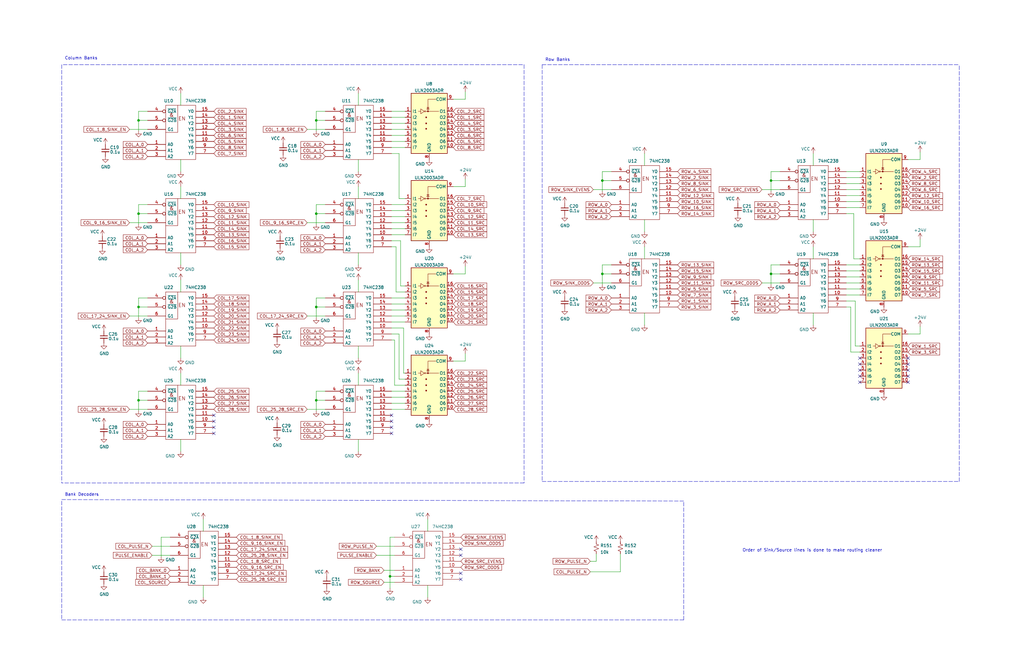
<source format=kicad_sch>
(kicad_sch (version 20211123) (generator eeschema)
  (paper "USLedger")
  (title_block (title "Luminator MAX3000 Custom Driver Board") (date "2023-03-21") (rev "E") (comment 2 "To SET, current flows from ROW_SET to COL ") (comment 3 "To RESET, current flows from COL to ROW_RESET") (comment 4 "WARNING: Sink MUST be turned off before Source!"))
  (junction (at 133.35 168.91))
  (junction (at 133.35 129.54))
  (junction (at 164.465 243.205))
  (junction (at 325.12 115.57))
  (junction (at 58.42 168.91))
  (junction (at 133.35 50.8))
  (junction (at 133.35 90.17))
  (junction (at 254 115.57))
  (junction (at 325.12 76.2))
  (junction (at 58.42 50.8))
  (junction (at 58.42 90.17))
  (junction (at 58.42 129.54))
  (junction (at 254 76.2))
  (no_connect (at 194.31 234.315))
  (no_connect (at 165.1 175.26))
  (no_connect (at 362.585 158.75))
  (no_connect (at 382.905 156.21))
  (no_connect (at 362.585 161.29))
  (no_connect (at 194.31 241.935))
  (no_connect (at 165.1 177.8))
  (no_connect (at 382.905 151.13))
  (no_connect (at 90.17 177.8))
  (no_connect (at 382.905 153.67))
  (no_connect (at 90.17 182.88))
  (no_connect (at 194.31 244.475))
  (no_connect (at 165.1 180.34))
  (no_connect (at 382.905 158.75))
  (no_connect (at 362.585 156.21))
  (no_connect (at 362.585 151.13))
  (no_connect (at 362.585 153.67))
  (no_connect (at 90.17 175.26))
  (no_connect (at 165.1 182.88))
  (no_connect (at 382.905 161.29))
  (no_connect (at 90.17 180.34))
  (no_connect (at 194.31 231.775))
  (wire (pts (xy 168.275 83.82) (xy 170.815 83.82)))
  (wire (pts (xy 325.12 111.76) (xy 325.12 115.57)))
  (wire (pts (xy 133.35 165.1) (xy 133.35 168.91)))
  (wire (pts (xy 133.35 46.99) (xy 133.35 50.8)))
  (wire (pts (xy 360.045 90.17) (xy 360.045 109.22)))
  (wire (pts (xy 165.1 54.61) (xy 170.815 54.61)))
  (wire (pts (xy 58.42 168.91) (xy 58.42 173.355)))
  (wire (pts (xy 165.1 138.43) (xy 170.18 138.43)))
  (polyline (pts (xy 26.035 211.455) (xy 26.035 261.62)))
  (wire (pts (xy 168.275 160.02) (xy 168.275 140.97)))
  (wire (pts (xy 180.34 247.015) (xy 180.34 252.095)))
  (wire (pts (xy 58.42 90.17) (xy 58.42 94.615)))
  (wire (pts (xy 161.925 240.665) (xy 166.37 240.665)))
  (wire (pts (xy 170.815 123.19) (xy 167.005 123.19)))
  (wire (pts (xy 362.585 87.63) (xy 356.87 87.63)))
  (wire (pts (xy 356.87 85.09) (xy 362.585 85.09)))
  (wire (pts (xy 165.1 52.07) (xy 170.815 52.07)))
  (wire (pts (xy 170.815 128.27) (xy 165.1 128.27)))
  (wire (pts (xy 167.005 104.14) (xy 165.1 104.14)))
  (wire (pts (xy 170.815 167.64) (xy 165.1 167.64)))
  (wire (pts (xy 271.78 104.14) (xy 271.78 109.22)))
  (wire (pts (xy 325.12 115.57) (xy 328.93 115.57)))
  (wire (pts (xy 133.35 46.99) (xy 137.16 46.99)))
  (wire (pts (xy 133.35 129.54) (xy 137.16 129.54)))
  (wire (pts (xy 164.465 243.205) (xy 166.37 243.205)))
  (polyline (pts (xy 26.035 210.82) (xy 288.29 211.455)))
  (wire (pts (xy 165.1 91.44) (xy 170.815 91.44)))
  (wire (pts (xy 271.78 92.71) (xy 271.78 97.79)))
  (wire (pts (xy 58.42 46.99) (xy 58.42 50.8)))
  (wire (pts (xy 133.35 129.54) (xy 133.35 133.985)))
  (wire (pts (xy 170.815 135.89) (xy 165.1 135.89)))
  (wire (pts (xy 254 76.2) (xy 254 80.645)))
  (wire (pts (xy 76.2 146.05) (xy 76.2 151.13)))
  (wire (pts (xy 321.31 119.38) (xy 328.93 119.38)))
  (wire (pts (xy 168.275 140.97) (xy 165.1 140.97)))
  (wire (pts (xy 261.62 241.3) (xy 261.62 233.68)))
  (wire (pts (xy 254 72.39) (xy 254 76.2)))
  (wire (pts (xy 170.815 62.23) (xy 165.1 62.23)))
  (wire (pts (xy 129.54 172.72) (xy 137.16 172.72)))
  (wire (pts (xy 360.68 127) (xy 360.68 146.05)))
  (wire (pts (xy 165.1 172.72) (xy 170.815 172.72)))
  (wire (pts (xy 133.35 50.8) (xy 133.35 55.245)))
  (wire (pts (xy 133.35 90.17) (xy 133.35 94.615)))
  (wire (pts (xy 356.87 116.84) (xy 362.585 116.84)))
  (wire (pts (xy 168.91 120.65) (xy 170.815 120.65)))
  (wire (pts (xy 133.35 125.73) (xy 137.16 125.73)))
  (wire (pts (xy 58.42 168.91) (xy 62.23 168.91)))
  (wire (pts (xy 191.135 152.4) (xy 196.215 152.4)))
  (wire (pts (xy 76.2 106.68) (xy 76.2 111.76)))
  (wire (pts (xy 325.12 76.2) (xy 328.93 76.2)))
  (wire (pts (xy 342.9 104.14) (xy 342.9 109.22)))
  (wire (pts (xy 387.985 137.795) (xy 387.985 140.97)))
  (wire (pts (xy 191.135 115.57) (xy 196.215 115.57)))
  (wire (pts (xy 321.31 80.01) (xy 328.93 80.01)))
  (polyline (pts (xy 26.035 27.305) (xy 26.035 203.835)))
  (wire (pts (xy 67.945 226.695) (xy 67.945 234.95)))
  (wire (pts (xy 356.87 80.01) (xy 362.585 80.01)))
  (wire (pts (xy 342.9 132.08) (xy 342.9 137.16)))
  (wire (pts (xy 129.54 133.35) (xy 137.16 133.35)))
  (wire (pts (xy 58.42 86.36) (xy 62.23 86.36)))
  (wire (pts (xy 58.42 125.73) (xy 58.42 129.54)))
  (wire (pts (xy 196.215 149.225) (xy 196.215 152.4)))
  (wire (pts (xy 191.135 41.91) (xy 196.215 41.91)))
  (wire (pts (xy 165.1 64.77) (xy 168.275 64.77)))
  (wire (pts (xy 151.13 146.05) (xy 151.13 151.13)))
  (wire (pts (xy 342.9 64.77) (xy 342.9 69.85)))
  (wire (pts (xy 165.1 125.73) (xy 170.815 125.73)))
  (wire (pts (xy 170.18 157.48) (xy 170.815 157.48)))
  (wire (pts (xy 325.12 76.2) (xy 325.12 80.645)))
  (wire (pts (xy 342.9 92.71) (xy 342.9 97.79)))
  (wire (pts (xy 151.13 157.48) (xy 151.13 162.56)))
  (wire (pts (xy 382.905 140.97) (xy 387.985 140.97)))
  (wire (pts (xy 58.42 90.17) (xy 62.23 90.17)))
  (wire (pts (xy 161.925 245.745) (xy 166.37 245.745)))
  (wire (pts (xy 170.815 88.9) (xy 165.1 88.9)))
  (polyline (pts (xy 228.6 203.2) (xy 404.495 203.2)))
  (wire (pts (xy 362.585 148.59) (xy 358.775 148.59)))
  (wire (pts (xy 248.92 236.855) (xy 251.46 236.855)))
  (polyline (pts (xy 26.035 261.62) (xy 288.29 261.62)))
  (wire (pts (xy 58.42 50.8) (xy 62.23 50.8)))
  (wire (pts (xy 165.1 59.69) (xy 170.815 59.69)))
  (wire (pts (xy 54.61 133.35) (xy 62.23 133.35)))
  (wire (pts (xy 168.91 101.6) (xy 168.91 120.65)))
  (wire (pts (xy 151.13 185.42) (xy 151.13 190.5)))
  (wire (pts (xy 170.815 160.02) (xy 168.275 160.02)))
  (wire (pts (xy 166.37 162.56) (xy 170.815 162.56)))
  (wire (pts (xy 133.35 168.91) (xy 133.35 173.355)))
  (wire (pts (xy 196.215 38.735) (xy 196.215 41.91)))
  (wire (pts (xy 360.68 146.05) (xy 362.585 146.05)))
  (wire (pts (xy 254 115.57) (xy 257.81 115.57)))
  (wire (pts (xy 254 111.76) (xy 254 115.57)))
  (wire (pts (xy 166.37 143.51) (xy 166.37 162.56)))
  (wire (pts (xy 356.87 111.76) (xy 362.585 111.76)))
  (wire (pts (xy 387.985 64.135) (xy 387.985 67.31)))
  (wire (pts (xy 250.19 80.01) (xy 257.81 80.01)))
  (wire (pts (xy 133.35 50.8) (xy 137.16 50.8)))
  (wire (pts (xy 164.465 226.695) (xy 164.465 243.205)))
  (wire (pts (xy 58.42 165.1) (xy 58.42 168.91)))
  (wire (pts (xy 58.42 50.8) (xy 58.42 55.245)))
  (wire (pts (xy 58.42 46.99) (xy 62.23 46.99)))
  (wire (pts (xy 196.215 112.395) (xy 196.215 115.57)))
  (wire (pts (xy 158.75 234.315) (xy 166.37 234.315)))
  (wire (pts (xy 356.87 77.47) (xy 362.585 77.47)))
  (wire (pts (xy 325.12 115.57) (xy 325.12 120.015)))
  (wire (pts (xy 325.12 72.39) (xy 328.93 72.39)))
  (wire (pts (xy 165.1 143.51) (xy 166.37 143.51)))
  (wire (pts (xy 170.815 57.15) (xy 165.1 57.15)))
  (wire (pts (xy 165.1 99.06) (xy 170.815 99.06)))
  (wire (pts (xy 248.92 241.3) (xy 261.62 241.3)))
  (wire (pts (xy 196.215 75.565) (xy 196.215 78.74)))
  (wire (pts (xy 170.815 96.52) (xy 165.1 96.52)))
  (wire (pts (xy 151.13 118.11) (xy 151.13 123.19)))
  (wire (pts (xy 64.135 234.315) (xy 71.755 234.315)))
  (wire (pts (xy 165.1 93.98) (xy 170.815 93.98)))
  (wire (pts (xy 358.775 129.54) (xy 356.87 129.54)))
  (wire (pts (xy 358.775 148.59) (xy 358.775 129.54)))
  (wire (pts (xy 382.905 67.31) (xy 387.985 67.31)))
  (wire (pts (xy 382.905 104.14) (xy 387.985 104.14)))
  (wire (pts (xy 158.75 230.505) (xy 166.37 230.505)))
  (wire (pts (xy 151.13 78.74) (xy 151.13 83.82)))
  (wire (pts (xy 58.42 165.1) (xy 62.23 165.1)))
  (wire (pts (xy 64.135 230.505) (xy 71.755 230.505)))
  (polyline (pts (xy 288.29 261.62) (xy 288.29 211.455)))
  (wire (pts (xy 133.35 86.36) (xy 137.16 86.36)))
  (wire (pts (xy 254 115.57) (xy 254 120.015)))
  (wire (pts (xy 356.87 90.17) (xy 360.045 90.17)))
  (wire (pts (xy 356.87 119.38) (xy 362.585 119.38)))
  (wire (pts (xy 76.2 185.42) (xy 76.2 190.5)))
  (wire (pts (xy 76.2 157.48) (xy 76.2 162.56)))
  (wire (pts (xy 54.61 93.98) (xy 62.23 93.98)))
  (polyline (pts (xy 404.495 203.2) (xy 404.495 27.305)))
  (wire (pts (xy 356.87 124.46) (xy 362.585 124.46)))
  (wire (pts (xy 133.35 165.1) (xy 137.16 165.1)))
  (wire (pts (xy 362.585 121.92) (xy 356.87 121.92)))
  (wire (pts (xy 165.1 165.1) (xy 170.815 165.1)))
  (wire (pts (xy 76.2 78.74) (xy 76.2 83.82)))
  (wire (pts (xy 362.585 114.3) (xy 356.87 114.3)))
  (wire (pts (xy 271.78 64.77) (xy 271.78 69.85)))
  (wire (pts (xy 58.42 129.54) (xy 58.42 133.985)))
  (wire (pts (xy 85.725 247.015) (xy 85.725 252.095)))
  (wire (pts (xy 133.35 125.73) (xy 133.35 129.54)))
  (wire (pts (xy 168.275 64.77) (xy 168.275 83.82)))
  (polyline (pts (xy 220.98 203.835) (xy 26.035 203.835)))
  (wire (pts (xy 362.585 82.55) (xy 356.87 82.55)))
  (wire (pts (xy 251.46 236.855) (xy 251.46 233.68)))
  (wire (pts (xy 254 72.39) (xy 257.81 72.39)))
  (wire (pts (xy 271.78 132.08) (xy 271.78 137.16)))
  (wire (pts (xy 54.61 54.61) (xy 62.23 54.61)))
  (wire (pts (xy 170.815 49.53) (xy 165.1 49.53)))
  (wire (pts (xy 164.465 226.695) (xy 166.37 226.695)))
  (polyline (pts (xy 228.6 27.305) (xy 228.6 203.2)))
  (polyline (pts (xy 26.67 27.305) (xy 220.98 27.305)))
  (wire (pts (xy 58.42 125.73) (xy 62.23 125.73)))
  (wire (pts (xy 129.54 54.61) (xy 137.16 54.61)))
  (wire (pts (xy 165.1 86.36) (xy 170.815 86.36)))
  (wire (pts (xy 356.87 72.39) (xy 362.585 72.39)))
  (wire (pts (xy 76.2 39.37) (xy 76.2 44.45)))
  (wire (pts (xy 67.945 226.695) (xy 71.755 226.695)))
  (wire (pts (xy 165.1 170.18) (xy 170.815 170.18)))
  (wire (pts (xy 167.005 123.19) (xy 167.005 104.14)))
  (wire (pts (xy 362.585 74.93) (xy 356.87 74.93)))
  (wire (pts (xy 250.19 119.38) (xy 257.81 119.38)))
  (wire (pts (xy 151.13 39.37) (xy 151.13 44.45)))
  (wire (pts (xy 85.725 219.075) (xy 85.725 224.155)))
  (polyline (pts (xy 228.6 27.305) (xy 404.495 27.305)))
  (wire (pts (xy 151.13 106.68) (xy 151.13 111.76)))
  (wire (pts (xy 76.2 67.31) (xy 76.2 72.39)))
  (wire (pts (xy 191.135 78.74) (xy 196.215 78.74)))
  (wire (pts (xy 54.61 172.72) (xy 62.23 172.72)))
  (wire (pts (xy 254 111.76) (xy 257.81 111.76)))
  (wire (pts (xy 165.1 130.81) (xy 170.815 130.81)))
  (wire (pts (xy 165.1 133.35) (xy 170.815 133.35)))
  (wire (pts (xy 360.045 109.22) (xy 362.585 109.22)))
  (wire (pts (xy 356.87 127) (xy 360.68 127)))
  (polyline (pts (xy 220.98 27.305) (xy 220.98 203.835)))
  (wire (pts (xy 133.35 168.91) (xy 137.16 168.91)))
  (wire (pts (xy 325.12 72.39) (xy 325.12 76.2)))
  (wire (pts (xy 387.985 100.965) (xy 387.985 104.14)))
  (wire (pts (xy 151.13 67.31) (xy 151.13 72.39)))
  (wire (pts (xy 129.54 93.98) (xy 137.16 93.98)))
  (wire (pts (xy 164.465 243.205) (xy 164.465 248.285)))
  (wire (pts (xy 58.42 86.36) (xy 58.42 90.17)))
  (wire (pts (xy 325.12 111.76) (xy 328.93 111.76)))
  (wire (pts (xy 165.1 101.6) (xy 168.91 101.6)))
  (wire (pts (xy 165.1 46.99) (xy 170.815 46.99)))
  (wire (pts (xy 170.18 138.43) (xy 170.18 157.48)))
  (wire (pts (xy 58.42 129.54) (xy 62.23 129.54)))
  (wire (pts (xy 180.34 219.075) (xy 180.34 224.155)))
  (wire (pts (xy 254 76.2) (xy 257.81 76.2)))
  (wire (pts (xy 133.35 90.17) (xy 137.16 90.17)))
  (wire (pts (xy 76.2 118.11) (xy 76.2 123.19)))
  (wire (pts (xy 133.35 86.36) (xy 133.35 90.17)))
  (text "Bank Decoders" (at 27.305 209.55 0) (effects (font (size 1.27 1.27)) (justify left bottom)))
  (text "Order of Sink/Source lines is done to make routing cleaner" (at 313.055 233.045 0) (effects (font (size 1.27 1.27)) (justify left bottom)))
  (text "Row Banks\n" (at 229.87 26.035 0) (effects (font (size 1.27 1.27)) (justify left bottom)))
  (text "Column Banks" (at 27.305 25.4 0) (effects (font (size 1.27 1.27)) (justify left bottom)))
  (global_label "ROW_16_SINK" (shape input) (at 285.75 87.63 0) (property "Intersheet References" "${INTERSHEET_REFS}" (effects hide)))
  (global_label "PULSE_ENABLE" (shape input) (at 158.75 234.315 180) (property "Intersheet References" "${INTERSHEET_REFS}" (effects hide)))
  (global_label "COL_17_24_SRC_EN" (shape input) (at 129.54 133.35 180) (property "Intersheet References" "${INTERSHEET_REFS}" (effects hide)))
  (global_label "ROW_8_SINK" (shape input) (at 285.75 77.47 0) (property "Intersheet References" "${INTERSHEET_REFS}" (effects hide)))
  (global_label "COL_23_SINK" (shape input) (at 90.17 140.97 0) (property "Intersheet References" "${INTERSHEET_REFS}" (effects hide)))
  (global_label "COL_18_SINK" (shape input) (at 90.17 128.27 0) (property "Intersheet References" "${INTERSHEET_REFS}" (effects hide)))
  (global_label "ROW_4_SINK" (shape input) (at 285.75 72.39 0) (property "Intersheet References" "${INTERSHEET_REFS}" (effects hide)))
  (global_label "COL_12_SINK" (shape input) (at 90.17 91.44 0) (property "Intersheet References" "${INTERSHEET_REFS}" (effects hide)))
  (global_label "COL_A_2" (shape input) (at 62.23 66.04 180) (property "Intersheet References" "${INTERSHEET_REFS}" (effects hide)))
  (global_label "ROW_6_SINK" (shape input) (at 285.75 80.01 0) (property "Intersheet References" "${INTERSHEET_REFS}" (effects hide)))
  (global_label "COL_A_2" (shape input) (at 137.16 184.15 180) (property "Intersheet References" "${INTERSHEET_REFS}" (effects hide)))
  (global_label "COL_15_SINK" (shape input) (at 90.17 104.14 0) (property "Intersheet References" "${INTERSHEET_REFS}" (effects hide)))
  (global_label "ROW_13_SRC" (shape input) (at 382.905 111.76 0) (property "Intersheet References" "${INTERSHEET_REFS}" (effects hide)))
  (global_label "COL_25_28_SINK_EN" (shape input) (at 99.695 234.315 0) (property "Intersheet References" "${INTERSHEET_REFS}" (effects hide)))
  (global_label "COL_A_1" (shape input) (at 137.16 181.61 180) (property "Intersheet References" "${INTERSHEET_REFS}" (effects hide)))
  (global_label "COL_24_SRC" (shape input) (at 191.135 162.56 0) (property "Intersheet References" "${INTERSHEET_REFS}" (effects hide)))
  (global_label "ROW_A_0" (shape input) (at 328.93 125.73 180) (property "Intersheet References" "${INTERSHEET_REFS}" (effects hide)))
  (global_label "COL_9_SRC" (shape input) (at 191.135 88.9 0) (property "Intersheet References" "${INTERSHEET_REFS}" (effects hide)))
  (global_label "COL_4_SINK" (shape input) (at 90.17 52.07 0) (property "Intersheet References" "${INTERSHEET_REFS}" (effects hide)))
  (global_label "COL_15_SRC" (shape input) (at 191.135 123.19 0) (property "Intersheet References" "${INTERSHEET_REFS}" (effects hide)))
  (global_label "COL_6_SINK" (shape input) (at 90.17 57.15 0) (property "Intersheet References" "${INTERSHEET_REFS}" (effects hide)))
  (global_label "COL_24_SINK" (shape input) (at 90.17 143.51 0) (property "Intersheet References" "${INTERSHEET_REFS}" (effects hide)))
  (global_label "ROW_3_SRC" (shape input) (at 382.905 148.59 0) (property "Intersheet References" "${INTERSHEET_REFS}" (effects hide)))
  (global_label "ROW_11_SRC" (shape input) (at 382.905 119.38 0) (property "Intersheet References" "${INTERSHEET_REFS}" (effects hide)))
  (global_label "ROW_A_2" (shape input) (at 328.93 130.81 180) (property "Intersheet References" "${INTERSHEET_REFS}" (effects hide)))
  (global_label "ROW_6_SRC" (shape input) (at 382.905 80.01 0) (property "Intersheet References" "${INTERSHEET_REFS}" (effects hide)))
  (global_label "ROW_14_SINK" (shape input) (at 285.75 90.17 0) (property "Intersheet References" "${INTERSHEET_REFS}" (effects hide)))
  (global_label "COL_PULSE_N" (shape input) (at 248.92 241.3 180) (property "Intersheet References" "${INTERSHEET_REFS}" (effects hide)))
  (global_label "COL_9_16_SRC_EN" (shape input) (at 129.54 93.98 180) (property "Intersheet References" "${INTERSHEET_REFS}" (effects hide)))
  (global_label "COL_17_24_SRC_EN" (shape input) (at 99.695 241.935 0) (property "Intersheet References" "${INTERSHEET_REFS}" (effects hide)))
  (global_label "COL_4_SRC" (shape input) (at 191.135 52.07 0) (property "Intersheet References" "${INTERSHEET_REFS}" (effects hide)))
  (global_label "COL_13_SRC" (shape input) (at 191.135 99.06 0) (property "Intersheet References" "${INTERSHEET_REFS}" (effects hide)))
  (global_label "COL_A_1" (shape input) (at 137.16 63.5 180) (property "Intersheet References" "${INTERSHEET_REFS}" (effects hide)))
  (global_label "COL_3_SINK" (shape input) (at 90.17 54.61 0) (property "Intersheet References" "${INTERSHEET_REFS}" (effects hide)))
  (global_label "ROW_SINK_EVENS" (shape input) (at 194.31 226.695 0) (property "Intersheet References" "${INTERSHEET_REFS}" (effects hide)))
  (global_label "COL_A_0" (shape input) (at 137.16 100.33 180) (property "Intersheet References" "${INTERSHEET_REFS}" (effects hide)))
  (global_label "COL_10_SINK" (shape input) (at 90.17 86.36 0) (property "Intersheet References" "${INTERSHEET_REFS}" (effects hide)))
  (global_label "COL_6_SRC" (shape input) (at 191.135 57.15 0) (property "Intersheet References" "${INTERSHEET_REFS}" (effects hide)))
  (global_label "COL_9_16_SINK_EN" (shape input) (at 54.61 93.98 180) (property "Intersheet References" "${INTERSHEET_REFS}" (effects hide)))
  (global_label "COL_A_0" (shape input) (at 62.23 100.33 180) (property "Intersheet References" "${INTERSHEET_REFS}" (effects hide)))
  (global_label "COL_A_1" (shape input) (at 62.23 181.61 180) (property "Intersheet References" "${INTERSHEET_REFS}" (effects hide)))
  (global_label "ROW_A_0" (shape input) (at 257.81 125.73 180) (property "Intersheet References" "${INTERSHEET_REFS}" (effects hide)))
  (global_label "COL_A_0" (shape input) (at 137.16 179.07 180) (property "Intersheet References" "${INTERSHEET_REFS}" (effects hide)))
  (global_label "COL_1_8_SINK_EN" (shape input) (at 99.695 226.695 0) (property "Intersheet References" "${INTERSHEET_REFS}" (effects hide)))
  (global_label "ROW_SINK_ODDS" (shape input) (at 250.19 119.38 180) (property "Intersheet References" "${INTERSHEET_REFS}" (effects hide)))
  (global_label "ROW_12_SRC" (shape input) (at 382.905 82.55 0) (property "Intersheet References" "${INTERSHEET_REFS}" (effects hide)))
  (global_label "COL_22_SRC" (shape input) (at 191.135 157.48 0) (property "Intersheet References" "${INTERSHEET_REFS}" (effects hide)))
  (global_label "COL_13_SINK" (shape input) (at 90.17 99.06 0) (property "Intersheet References" "${INTERSHEET_REFS}" (effects hide)))
  (global_label "COL_25_28_SRC_EN" (shape input) (at 99.695 244.475 0) (property "Intersheet References" "${INTERSHEET_REFS}" (effects hide)))
  (global_label "COL_5_SRC" (shape input) (at 191.135 59.69 0) (property "Intersheet References" "${INTERSHEET_REFS}" (effects hide)))
  (global_label "ROW_BANK" (shape input) (at 161.925 240.665 180) (property "Intersheet References" "${INTERSHEET_REFS}" (effects hide)))
  (global_label "COL_25_SRC" (shape input) (at 191.135 165.1 0) (property "Intersheet References" "${INTERSHEET_REFS}" (effects hide)))
  (global_label "COL_12_SRC" (shape input) (at 191.135 91.44 0) (property "Intersheet References" "${INTERSHEET_REFS}" (effects hide)))
  (global_label "ROW_A_0" (shape input) (at 328.93 86.36 180) (property "Intersheet References" "${INTERSHEET_REFS}" (effects hide)))
  (global_label "ROW_SRC_ODDS" (shape input) (at 194.31 239.395 0) (property "Intersheet References" "${INTERSHEET_REFS}" (effects hide)))
  (global_label "COL_9_16_SRC_EN" (shape input) (at 99.695 239.395 0) (property "Intersheet References" "${INTERSHEET_REFS}" (effects hide)))
  (global_label "COL_26_SINK" (shape input) (at 90.17 167.64 0) (property "Intersheet References" "${INTERSHEET_REFS}" (effects hide)))
  (global_label "COL_3_SRC" (shape input) (at 191.135 54.61 0) (property "Intersheet References" "${INTERSHEET_REFS}" (effects hide)))
  (global_label "ROW_3_SINK" (shape input) (at 285.75 129.54 0) (property "Intersheet References" "${INTERSHEET_REFS}" (effects hide)))
  (global_label "COL_25_28_SRC_EN" (shape input) (at 129.54 172.72 180) (property "Intersheet References" "${INTERSHEET_REFS}" (effects hide)))
  (global_label "COL_2_SRC" (shape input) (at 191.135 46.99 0) (property "Intersheet References" "${INTERSHEET_REFS}" (effects hide)))
  (global_label "COL_28_SINK" (shape input) (at 90.17 172.72 0) (property "Intersheet References" "${INTERSHEET_REFS}" (effects hide)))
  (global_label "COL_A_2" (shape input) (at 137.16 105.41 180) (property "Intersheet References" "${INTERSHEET_REFS}" (effects hide)))
  (global_label "COL_BANK_1" (shape input) (at 71.755 243.205 180) (property "Intersheet References" "${INTERSHEET_REFS}" (effects hide)))
  (global_label "COL_17_24_SINK_EN" (shape input) (at 54.61 133.35 180) (property "Intersheet References" "${INTERSHEET_REFS}" (effects hide)))
  (global_label "COL_SOURCE" (shape input) (at 71.755 245.745 180) (property "Intersheet References" "${INTERSHEET_REFS}" (effects hide)))
  (global_label "COL_16_SRC" (shape input) (at 191.135 120.65 0) (property "Intersheet References" "${INTERSHEET_REFS}" (effects hide)))
  (global_label "COL_8_SINK" (shape input) (at 90.17 62.23 0) (property "Intersheet References" "${INTERSHEET_REFS}" (effects hide)))
  (global_label "COL_A_0" (shape input) (at 137.16 60.96 180) (property "Intersheet References" "${INTERSHEET_REFS}" (effects hide)))
  (global_label "ROW_A_1" (shape input) (at 328.93 88.9 180) (property "Intersheet References" "${INTERSHEET_REFS}" (effects hide)))
  (global_label "ROW_8_SRC" (shape input) (at 382.905 77.47 0) (property "Intersheet References" "${INTERSHEET_REFS}" (effects hide)))
  (global_label "PULSE_ENABLE" (shape input) (at 64.135 234.315 180) (property "Intersheet References" "${INTERSHEET_REFS}" (effects hide)))
  (global_label "COL_A_2" (shape input) (at 62.23 144.78 180) (property "Intersheet References" "${INTERSHEET_REFS}" (effects hide)))
  (global_label "COL_7_SINK" (shape input) (at 90.17 64.77 0) (property "Intersheet References" "${INTERSHEET_REFS}" (effects hide)))
  (global_label "COL_19_SRC" (shape input) (at 191.135 130.81 0) (property "Intersheet References" "${INTERSHEET_REFS}" (effects hide)))
  (global_label "ROW_SRC_EVENS" (shape input) (at 321.31 80.01 180) (property "Intersheet References" "${INTERSHEET_REFS}" (effects hide)))
  (global_label "ROW_2_SRC" (shape input) (at 382.905 74.93 0) (property "Intersheet References" "${INTERSHEET_REFS}" (effects hide)))
  (global_label "ROW_A_2" (shape input) (at 328.93 91.44 180) (property "Intersheet References" "${INTERSHEET_REFS}" (effects hide)))
  (global_label "COL_9_16_SINK_EN" (shape input) (at 99.695 229.235 0) (property "Intersheet References" "${INTERSHEET_REFS}" (effects hide)))
  (global_label "COL_A_0" (shape input) (at 137.16 139.7 180) (property "Intersheet References" "${INTERSHEET_REFS}" (effects hide)))
  (global_label "COL_25_28_SINK_EN" (shape input) (at 54.61 172.72 180) (property "Intersheet References" "${INTERSHEET_REFS}" (effects hide)))
  (global_label "COL_8_SRC" (shape input) (at 191.135 62.23 0) (property "Intersheet References" "${INTERSHEET_REFS}" (effects hide)))
  (global_label "ROW_PULSE_N" (shape input) (at 248.92 236.855 180) (property "Intersheet References" "${INTERSHEET_REFS}" (effects hide)))
  (global_label "COL_A_0" (shape input) (at 62.23 139.7 180) (property "Intersheet References" "${INTERSHEET_REFS}" (effects hide)))
  (global_label "ROW_A_1" (shape input) (at 328.93 128.27 180) (property "Intersheet References" "${INTERSHEET_REFS}" (effects hide)))
  (global_label "COL_21_SRC" (shape input) (at 191.135 135.89 0) (property "Intersheet References" "${INTERSHEET_REFS}" (effects hide)))
  (global_label "COL_22_SINK" (shape input) (at 90.17 138.43 0) (property "Intersheet References" "${INTERSHEET_REFS}" (effects hide)))
  (global_label "ROW_4_SRC" (shape input) (at 382.905 72.39 0) (property "Intersheet References" "${INTERSHEET_REFS}" (effects hide)))
  (global_label "COL_17_SRC" (shape input) (at 191.135 125.73 0) (property "Intersheet References" "${INTERSHEET_REFS}" (effects hide)))
  (global_label "COL_21_SINK" (shape input) (at 90.17 135.89 0) (property "Intersheet References" "${INTERSHEET_REFS}" (effects hide)))
  (global_label "ROW_SRC_EVENS" (shape input) (at 194.31 236.855 0) (property "Intersheet References" "${INTERSHEET_REFS}" (effects hide)))
  (global_label "COL_1_8_SINK_EN" (shape input) (at 54.61 54.61 180) (property "Intersheet References" "${INTERSHEET_REFS}" (effects hide)))
  (global_label "ROW_2_SINK" (shape input) (at 285.75 74.93 0) (property "Intersheet References" "${INTERSHEET_REFS}" (effects hide)))
  (global_label "COL_18_SRC" (shape input) (at 191.135 128.27 0) (property "Intersheet References" "${INTERSHEET_REFS}" (effects hide)))
  (global_label "COL_BANK_0" (shape input) (at 71.755 240.665 180) (property "Intersheet References" "${INTERSHEET_REFS}" (effects hide)))
  (global_label "ROW_1_SRC" (shape input) (at 382.905 146.05 0) (property "Intersheet References" "${INTERSHEET_REFS}" (effects hide)))
  (global_label "ROW_SOURCE" (shape input) (at 161.925 245.745 180) (property "Intersheet References" "${INTERSHEET_REFS}" (effects hide)))
  (global_label "ROW_PULSE_N" (shape input) (at 158.75 230.505 180) (property "Intersheet References" "${INTERSHEET_REFS}" (effects hide)))
  (global_label "COL_19_SINK" (shape input) (at 90.17 130.81 0) (property "Intersheet References" "${INTERSHEET_REFS}" (effects hide)))
  (global_label "COL_A_2" (shape input) (at 62.23 184.15 180) (property "Intersheet References" "${INTERSHEET_REFS}" (effects hide)))
  (global_label "COL_17_SINK" (shape input) (at 90.17 125.73 0) (property "Intersheet References" "${INTERSHEET_REFS}" (effects hide)))
  (global_label "ROW_7_SINK" (shape input) (at 285.75 124.46 0) (property "Intersheet References" "${INTERSHEET_REFS}" (effects hide)))
  (global_label "COL_20_SRC" (shape input) (at 191.135 133.35 0) (property "Intersheet References" "${INTERSHEET_REFS}" (effects hide)))
  (global_label "COL_27_SINK" (shape input) (at 90.17 170.18 0) (property "Intersheet References" "${INTERSHEET_REFS}" (effects hide)))
  (global_label "ROW_A_2" (shape input) (at 257.81 91.44 180) (property "Intersheet References" "${INTERSHEET_REFS}" (effects hide)))
  (global_label "ROW_11_SINK" (shape input) (at 285.75 119.38 0) (property "Intersheet References" "${INTERSHEET_REFS}" (effects hide)))
  (global_label "COL_A_2" (shape input) (at 137.16 144.78 180) (property "Intersheet References" "${INTERSHEET_REFS}" (effects hide)))
  (global_label "ROW_10_SINK" (shape input) (at 285.75 85.09 0) (property "Intersheet References" "${INTERSHEET_REFS}" (effects hide)))
  (global_label "COL_A_1" (shape input) (at 62.23 63.5 180) (property "Intersheet References" "${INTERSHEET_REFS}" (effects hide)))
  (global_label "COL_7_SRC" (shape input) (at 191.135 83.82 0) (property "Intersheet References" "${INTERSHEET_REFS}" (effects hide)))
  (global_label "COL_1_8_SRC_EN" (shape input) (at 129.54 54.61 180) (property "Intersheet References" "${INTERSHEET_REFS}" (effects hide)))
  (global_label "COL_26_SRC" (shape input) (at 191.135 167.64 0) (property "Intersheet References" "${INTERSHEET_REFS}" (effects hide)))
  (global_label "ROW_14_SRC" (shape input) (at 382.905 109.22 0) (property "Intersheet References" "${INTERSHEET_REFS}" (effects hide)))
  (global_label "COL_A_1" (shape input) (at 62.23 102.87 180) (property "Intersheet References" "${INTERSHEET_REFS}" (effects hide)))
  (global_label "COL_14_SINK" (shape input) (at 90.17 96.52 0) (property "Intersheet References" "${INTERSHEET_REFS}" (effects hide)))
  (global_label "COL_17_24_SINK_EN" (shape input) (at 99.695 231.775 0) (property "Intersheet References" "${INTERSHEET_REFS}" (effects hide)))
  (global_label "COL_1_SRC" (shape input) (at 191.135 49.53 0) (property "Intersheet References" "${INTERSHEET_REFS}" (effects hide)))
  (global_label "COL_14_SRC" (shape input) (at 191.135 96.52 0) (property "Intersheet References" "${INTERSHEET_REFS}" (effects hide)))
  (global_label "ROW_SRC_ODDS" (shape input) (at 321.31 119.38 180) (property "Intersheet References" "${INTERSHEET_REFS}" (effects hide)))
  (global_label "COL_9_SINK" (shape input) (at 90.17 88.9 0) (property "Intersheet References" "${INTERSHEET_REFS}" (effects hide)))
  (global_label "ROW_A_1" (shape input) (at 257.81 88.9 180) (property "Intersheet References" "${INTERSHEET_REFS}" (effects hide)))
  (global_label "COL_A_0" (shape input) (at 62.23 60.96 180) (property "Intersheet References" "${INTERSHEET_REFS}" (effects hide)))
  (global_label "ROW_5_SRC" (shape input) (at 382.905 121.92 0) (property "Intersheet References" "${INTERSHEET_REFS}" (effects hide)))
  (global_label "COL_A_1" (shape input) (at 137.16 142.24 180) (property "Intersheet References" "${INTERSHEET_REFS}" (effects hide)))
  (global_label "ROW_13_SINK" (shape input) (at 285.75 111.76 0) (property "Intersheet References" "${INTERSHEET_REFS}" (effects hide)))
  (global_label "COL_25_SINK" (shape input) (at 90.17 165.1 0) (property "Intersheet References" "${INTERSHEET_REFS}" (effects hide)))
  (global_label "COL_A_2" (shape input) (at 137.16 66.04 180) (property "Intersheet References" "${INTERSHEET_REFS}" (effects hide)))
  (global_label "COL_PULSE_N" (shape input) (at 64.135 230.505 180) (property "Intersheet References" "${INTERSHEET_REFS}" (effects hide)))
  (global_label "ROW_1_SINK" (shape input) (at 285.75 127 0) (property "Intersheet References" "${INTERSHEET_REFS}" (effects hide)))
  (global_label "COL_20_SINK" (shape input) (at 90.17 133.35 0) (property "Intersheet References" "${INTERSHEET_REFS}" (effects hide)))
  (global_label "COL_2_SINK" (shape input) (at 90.17 46.99 0) (property "Intersheet References" "${INTERSHEET_REFS}" (effects hide)))
  (global_label "ROW_7_SRC" (shape input) (at 382.905 124.46 0) (property "Intersheet References" "${INTERSHEET_REFS}" (effects hide)))
  (global_label "ROW_9_SRC" (shape input) (at 382.905 116.84 0) (property "Intersheet References" "${INTERSHEET_REFS}" (effects hide)))
  (global_label "COL_A_1" (shape input) (at 62.23 142.24 180) (property "Intersheet References" "${INTERSHEET_REFS}" (effects hide)))
  (global_label "COL_5_SINK" (shape input) (at 90.17 59.69 0) (property "Intersheet References" "${INTERSHEET_REFS}" (effects hide)))
  (global_label "ROW_5_SINK" (shape input) (at 285.75 121.92 0) (property "Intersheet References" "${INTERSHEET_REFS}" (effects hide)))
  (global_label "ROW_10_SRC" (shape input) (at 382.905 85.09 0) (property "Intersheet References" "${INTERSHEET_REFS}" (effects hide)))
  (global_label "ROW_A_0" (shape input) (at 257.81 86.36 180) (property "Intersheet References" "${INTERSHEET_REFS}" (effects hide)))
  (global_label "COL_1_SINK" (shape input) (at 90.17 49.53 0) (property "Intersheet References" "${INTERSHEET_REFS}" (effects hide)))
  (global_label "ROW_15_SINK" (shape input) (at 285.75 114.3 0) (property "Intersheet References" "${INTERSHEET_REFS}" (effects hide)))
  (global_label "COL_11_SRC" (shape input) (at 191.135 93.98 0) (property "Intersheet References" "${INTERSHEET_REFS}" (effects hide)))
  (global_label "COL_10_SRC" (shape input) (at 191.135 86.36 0) (property "Intersheet References" "${INTERSHEET_REFS}" (effects hide)))
  (global_label "ROW_SINK_ODDS" (shape input) (at 194.31 229.235 0) (property "Intersheet References" "${INTERSHEET_REFS}" (effects hide)))
  (global_label "ROW_15_SRC" (shape input) (at 382.905 114.3 0) (property "Intersheet References" "${INTERSHEET_REFS}" (effects hide)))
  (global_label "ROW_A_1" (shape input) (at 257.81 128.27 180) (property "Intersheet References" "${INTERSHEET_REFS}" (effects hide)))
  (global_label "COL_28_SRC" (shape input) (at 191.135 172.72 0) (property "Intersheet References" "${INTERSHEET_REFS}" (effects hide)))
  (global_label "COL_A_2" (shape input) (at 62.23 105.41 180) (property "Intersheet References" "${INTERSHEET_REFS}" (effects hide)))
  (global_label "ROW_16_SRC" (shape input) (at 382.905 87.63 0) (property "Intersheet References" "${INTERSHEET_REFS}" (effects hide)))
  (global_label "COL_16_SINK" (shape input) (at 90.17 101.6 0) (property "Intersheet References" "${INTERSHEET_REFS}" (effects hide)))
  (global_label "ROW_12_SINK" (shape input) (at 285.75 82.55 0) (property "Intersheet References" "${INTERSHEET_REFS}" (effects hide)))
  (global_label "COL_23_SRC" (shape input) (at 191.135 160.02 0) (property "Intersheet References" "${INTERSHEET_REFS}" (effects hide)))
  (global_label "COL_A_1" (shape input) (at 137.16 102.87 180) (property "Intersheet References" "${INTERSHEET_REFS}" (effects hide)))
  (global_label "ROW_9_SINK" (shape input) (at 285.75 116.84 0) (property "Intersheet References" "${INTERSHEET_REFS}" (effects hide)))
  (global_label "COL_1_8_SRC_EN" (shape input) (at 99.695 236.855 0) (property "Intersheet References" "${INTERSHEET_REFS}" (effects hide)))
  (global_label "COL_A_0" (shape input) (at 62.23 179.07 180) (property "Intersheet References" "${INTERSHEET_REFS}" (effects hide)))
  (global_label "COL_27_SRC" (shape input) (at 191.135 170.18 0) (property "Intersheet References" "${INTERSHEET_REFS}" (effects hide)))
  (global_label "ROW_A_2" (shape input) (at 257.81 130.81 180) (property "Intersheet References" "${INTERSHEET_REFS}" (effects hide)))
  (global_label "ROW_SINK_EVENS" (shape input) (at 250.19 80.01 180) (property "Intersheet References" "${INTERSHEET_REFS}" (effects hide)))
  (global_label "COL_11_SINK" (shape input) (at 90.17 93.98 0) (property "Intersheet References" "${INTERSHEET_REFS}" (effects hide)))
  (symbol (lib_id "Device:C_Small") (at 44.45 63.5 0) (unit 1)
    (property "Reference" "C19" (at 46.355 62.23 0) (effects (justify left)))
    (property "Value" "0.1u" (at 46.355 64.135 0) (effects (justify left)))
    (property "Footprint" "Capacitor_SMD:C_0603_1608Metric" (effects hide))
    (property "LCSC" "C14663" (effects hide))
    (property "Digikey" "311-1344-1-ND" (effects hide))
  )
  (symbol (lib_id "power:GND") (at 44.45 66.04 0) (unit 1)
    (property "Reference" "#PWR076" (effects hide))
    (property "Value" "GND" (at 44.577 70.4342 0))
  )
  (symbol (lib_id "Device:C_Small") (at 43.18 102.235 0) (unit 1)
    (property "Reference" "C22" (at 45.085 100.965 0) (effects (justify left)))
    (property "Value" "0.1u" (at 45.085 102.87 0) (effects (justify left)))
    (property "Footprint" "Capacitor_SMD:C_0603_1608Metric" (effects hide))
    (property "LCSC" "C14663" (effects hide))
    (property "Digikey" "311-1344-1-ND" (effects hide))
  )
  (symbol (lib_id "power:GND") (at 43.18 104.775 0) (unit 1)
    (property "Reference" "#PWR099" (effects hide))
    (property "Value" "GND" (at 43.307 109.1692 0))
  )
  (symbol (lib_id "Device:C_Small") (at 43.815 142.24 0) (unit 1)
    (property "Reference" "C26" (at 45.72 140.97 0) (effects (justify left)))
    (property "Value" "0.1u" (at 45.72 142.875 0) (effects (justify left)))
    (property "Footprint" "Capacitor_SMD:C_0603_1608Metric" (effects hide))
    (property "LCSC" "C14663" (effects hide))
    (property "Digikey" "311-1344-1-ND" (effects hide))
  )
  (symbol (lib_id "power:GND") (at 43.815 144.78 0) (unit 1)
    (property "Reference" "#PWR0119" (effects hide))
    (property "Value" "GND" (at 43.942 149.1742 0))
  )
  (symbol (lib_id "Device:C_Small") (at 43.815 181.61 0) (unit 1)
    (property "Reference" "C28" (at 45.72 180.34 0) (effects (justify left)))
    (property "Value" "0.1u" (at 45.72 182.245 0) (effects (justify left)))
    (property "Footprint" "Capacitor_SMD:C_0603_1608Metric" (effects hide))
    (property "LCSC" "C14663" (effects hide))
    (property "Digikey" "311-1344-1-ND" (effects hide))
  )
  (symbol (lib_id "power:GND") (at 43.815 184.15 0) (unit 1)
    (property "Reference" "#PWR0132" (effects hide))
    (property "Value" "GND" (at 43.942 188.5442 0))
  )
  (symbol (lib_id "Device:C_Small") (at 116.84 180.975 0) (unit 1)
    (property "Reference" "C29" (at 118.745 179.705 0) (effects (justify left)))
    (property "Value" "0.1u" (at 118.745 181.61 0) (effects (justify left)))
    (property "Footprint" "Capacitor_SMD:C_0603_1608Metric" (effects hide))
    (property "LCSC" "C14663" (effects hide))
    (property "Digikey" "311-1344-1-ND" (effects hide))
  )
  (symbol (lib_id "power:GND") (at 116.84 183.515 0) (unit 1)
    (property "Reference" "#PWR0133" (effects hide))
    (property "Value" "GND" (at 116.967 187.9092 0))
  )
  (symbol (lib_id "Device:C_Small") (at 116.84 141.605 0) (unit 1)
    (property "Reference" "C27" (at 118.745 140.335 0) (effects (justify left)))
    (property "Value" "0.1u" (at 118.745 142.24 0) (effects (justify left)))
    (property "Footprint" "Capacitor_SMD:C_0603_1608Metric" (effects hide))
    (property "LCSC" "C14663" (effects hide))
    (property "Digikey" "311-1344-1-ND" (effects hide))
  )
  (symbol (lib_id "power:GND") (at 116.84 144.145 0) (unit 1)
    (property "Reference" "#PWR0120" (effects hide))
    (property "Value" "GND" (at 116.967 148.5392 0))
  )
  (symbol (lib_id "Device:C_Small") (at 118.11 102.235 0) (unit 1)
    (property "Reference" "C23" (at 120.015 100.965 0) (effects (justify left)))
    (property "Value" "0.1u" (at 120.015 102.87 0) (effects (justify left)))
    (property "Footprint" "Capacitor_SMD:C_0603_1608Metric" (effects hide))
    (property "LCSC" "C14663" (effects hide))
    (property "Digikey" "311-1344-1-ND" (effects hide))
  )
  (symbol (lib_id "power:GND") (at 118.11 104.775 0) (unit 1)
    (property "Reference" "#PWR0100" (effects hide))
    (property "Value" "GND" (at 118.237 109.1692 0))
  )
  (symbol (lib_id "Device:C_Small") (at 119.38 62.865 0) (unit 1)
    (property "Reference" "C18" (at 121.285 61.595 0) (effects (justify left)))
    (property "Value" "0.1u" (at 121.285 63.5 0) (effects (justify left)))
    (property "Footprint" "Capacitor_SMD:C_0603_1608Metric" (effects hide))
    (property "LCSC" "C14663" (effects hide))
    (property "Digikey" "311-1344-1-ND" (effects hide))
  )
  (symbol (lib_id "power:GND") (at 119.38 65.405 0) (unit 1)
    (property "Reference" "#PWR075" (effects hide))
    (property "Value" "GND" (at 119.507 69.7992 0))
  )
  (symbol (lib_id "Device:C_Small") (at 43.815 243.84 0) (unit 1)
    (property "Reference" "C30" (at 45.72 242.57 0) (effects (justify left)))
    (property "Value" "0.1u" (at 45.72 244.475 0) (effects (justify left)))
    (property "Footprint" "Capacitor_SMD:C_0603_1608Metric" (effects hide))
    (property "LCSC" "C14663" (effects hide))
    (property "Digikey" "311-1344-1-ND" (effects hide))
  )
  (symbol (lib_id "power:GND") (at 43.815 246.38 0) (unit 1)
    (property "Reference" "#PWR0143" (effects hide))
    (property "Value" "GND" (at 43.942 250.7742 0))
  )
  (symbol (lib_id "power:GND") (at 180.975 67.31 0) (unit 1)
    (property "Reference" "#PWR081" (effects hide))
    (property "Value" "GND" (at 177.165 69.215 0))
  )
  (symbol (lib_id "power:GND") (at 180.975 104.14 0) (unit 1)
    (property "Reference" "#PWR0103" (effects hide))
    (property "Value" "GND" (at 177.165 106.045 0))
  )
  (symbol (lib_id "power:GND") (at 180.975 140.97 0) (unit 1)
    (property "Reference" "#PWR0121" (effects hide))
    (property "Value" "GND" (at 177.165 142.875 0))
  )
  (symbol (lib_id "power:GND") (at 180.975 177.8 0) (unit 1)
    (property "Reference" "#PWR0134" (effects hide))
    (property "Value" "GND" (at 177.165 179.705 0))
  )
  (symbol (lib_id "power:GND") (at 76.2 72.39 0) (unit 1)
    (property "Reference" "#PWR085" (effects hide))
    (property "Value" "GND" (at 72.39 74.295 0))
  )
  (symbol (lib_id "power:GND") (at 76.2 111.76 0) (mirror y) (unit 1)
    (property "Reference" "#PWR0109" (effects hide))
    (property "Value" "GND" (at 80.01 113.665 0))
  )
  (symbol (lib_id "power:GND") (at 76.2 151.13 0) (mirror y) (unit 1)
    (property "Reference" "#PWR0125" (effects hide))
    (property "Value" "GND" (at 80.01 153.035 0))
  )
  (symbol (lib_id "power:GND") (at 76.2 190.5 0) (unit 1)
    (property "Reference" "#PWR0137" (effects hide))
    (property "Value" "GND" (at 71.755 192.405 0))
  )
  (symbol (lib_id "power:GND") (at 133.35 55.245 0) (unit 1)
    (property "Reference" "#PWR0124" (effects hide))
    (property "Value" "GND" (at 137.16 56.515 0))
  )
  (symbol (lib_id "Transistor_Array:ULN2003A") (at 372.745 114.3 0) (unit 1)
    (property "Reference" "U15" (at 372.745 97.6335 0))
    (property "Value" "ULN2003ADR" (at 372.745 100.4086 0))
    (property "Footprint" "Package_SO:SOIC-16_3.9x9.9mm_P1.27mm" (effects hide))
    (property "Datasheet" "http://www.ti.com/lit/ds/symlink/uln2003a.pdf" (effects hide))
    (property "LCSC" "C7512" (effects hide))
    (property "Digikey" "595-ULN2003ADR" (effects hide))
  )
  (symbol (lib_id "power:VCC") (at 251.46 228.6 0) (unit 1)
    (property "Reference" "#PWR0306" (effects hide))
    (property "Value" "VCC" (at 248.285 226.695 0))
  )
  (symbol (lib_id "power:GND") (at 137.795 248.285 0) (unit 1)
    (property "Reference" "#PWR0144" (effects hide))
    (property "Value" "GND" (at 137.922 252.6792 0))
  )
  (symbol (lib_id "power:GND") (at 311.15 90.805 0) (unit 1)
    (property "Reference" "#PWR078" (effects hide))
    (property "Value" "GND" (at 311.277 95.1992 0))
  )
  (symbol (lib_id "power:VCC") (at 342.9 64.77 0) (unit 1)
    (property "Reference" "#PWR0316" (effects hide))
    (property "Value" "VCC" (at 339.725 62.865 0))
  )
  (symbol (lib_id "74xx_IEEE:74HC238") (at 342.9 116.84 0) (unit 1)
    (property "Reference" "U19" (at 337.82 107.315 0))
    (property "Value" "74HC238" (at 349.25 107.315 0))
    (property "Footprint" "Package_SO:TSSOP-16_4.4x5mm_P0.65mm" (effects hide))
    (property "Digikey" "296-33050-5-ND" (effects hide))
    (property "LCSC" "C60434" (effects hide))
  )
  (symbol (lib_id "power:VCC") (at 43.815 139.7 0) (unit 1)
    (property "Reference" "#PWR0131" (effects hide))
    (property "Value" "VCC" (at 40.64 137.795 0))
  )
  (symbol (lib_id "Device:R_Small_US") (at 251.46 231.14 0) (unit 1)
    (property "Reference" "R151" (at 253.111 230.2315 0) (effects (justify left)))
    (property "Value" "10k" (at 253.111 233.0066 0) (effects (justify left)))
    (property "Footprint" "Resistor_SMD:R_0603_1608Metric" (effects hide))
    (property "LCSC" "C25804" (effects hide))
    (property "Digikey" "RMCF0603JT10K0CT-ND" (effects hide))
  )
  (symbol (lib_id "power:+24V") (at 387.985 100.965 0) (mirror y) (unit 1)
    (property "Reference" "#PWR0250" (effects hide))
    (property "Value" "+24V" (at 387.985 97.155 0))
  )
  (symbol (lib_id "power:GND") (at 151.13 72.39 0) (unit 1)
    (property "Reference" "#PWR0111" (effects hide))
    (property "Value" "GND" (at 147.32 74.295 0))
  )
  (symbol (lib_id "74xx_IEEE:74HC238") (at 151.13 170.18 0) (unit 1)
    (property "Reference" "U26" (at 146.05 160.655 0))
    (property "Value" "74HC238" (at 157.48 160.655 0))
    (property "Footprint" "Package_SO:TSSOP-16_4.4x5mm_P0.65mm" (effects hide))
    (property "Digikey" "296-33050-5-ND" (effects hide))
    (property "LCSC" "C60434" (effects hide))
  )
  (symbol (lib_id "power:VCC") (at 43.18 99.695 0) (unit 1)
    (property "Reference" "#PWR0139" (effects hide))
    (property "Value" "VCC" (at 40.005 97.79 0))
  )
  (symbol (lib_id "74xx_IEEE:74HC238") (at 76.2 130.81 0) (unit 1)
    (property "Reference" "U22" (at 71.12 121.285 0))
    (property "Value" "74HC238" (at 82.55 121.285 0))
    (property "Footprint" "Package_SO:TSSOP-16_4.4x5mm_P0.65mm" (effects hide))
    (property "Digikey" "296-33050-5-ND" (effects hide))
    (property "LCSC" "C60434" (effects hide))
  )
  (symbol (lib_id "power:VCC") (at 180.34 219.075 0) (unit 1)
    (property "Reference" "#PWR0110" (effects hide))
    (property "Value" "VCC" (at 177.165 217.17 0))
  )
  (symbol (lib_id "Device:C_Small") (at 311.15 88.265 0) (unit 1)
    (property "Reference" "C21" (at 313.055 86.995 0) (effects (justify left)))
    (property "Value" "0.1u" (at 313.055 88.9 0) (effects (justify left)))
    (property "Footprint" "Capacitor_SMD:C_0603_1608Metric" (effects hide))
    (property "LCSC" "C14663" (effects hide))
    (property "Digikey" "311-1344-1-ND" (effects hide))
  )
  (symbol (lib_id "power:GND") (at 133.35 94.615 0) (unit 1)
    (property "Reference" "#PWR0135" (effects hide))
    (property "Value" "GND" (at 137.16 95.885 0))
  )
  (symbol (lib_id "power:GND") (at 67.945 234.95 0) (unit 1)
    (property "Reference" "#PWR0242" (effects hide))
    (property "Value" "GND" (at 71.755 236.22 0))
  )
  (symbol (lib_id "power:GND") (at 238.125 90.805 0) (unit 1)
    (property "Reference" "#PWR077" (effects hide))
    (property "Value" "GND" (at 238.252 95.1992 0))
  )
  (symbol (lib_id "power:VCC") (at 118.11 99.695 0) (unit 1)
    (property "Reference" "#PWR0129" (effects hide))
    (property "Value" "VCC" (at 114.935 97.79 0))
  )
  (symbol (lib_id "power:VCC") (at 85.725 219.075 0) (unit 1)
    (property "Reference" "#PWR0148" (effects hide))
    (property "Value" "VCC" (at 82.55 217.17 0))
  )
  (symbol (lib_id "power:VCC") (at 43.815 179.07 0) (unit 1)
    (property "Reference" "#PWR0130" (effects hide))
    (property "Value" "VCC" (at 40.64 177.165 0))
  )
  (symbol (lib_id "power:VCC") (at 44.45 60.96 0) (unit 1)
    (property "Reference" "#PWR0128" (effects hide))
    (property "Value" "VCC" (at 41.275 59.055 0))
  )
  (symbol (lib_id "power:GND") (at 325.12 80.645 0) (unit 1)
    (property "Reference" "#PWR0312" (effects hide))
    (property "Value" "GND" (at 328.93 81.915 0))
  )
  (symbol (lib_id "power:GND") (at 342.9 137.16 0) (unit 1)
    (property "Reference" "#PWR0317" (effects hide))
    (property "Value" "GND" (at 339.09 139.065 0))
  )
  (symbol (lib_id "power:GND") (at 58.42 55.245 0) (unit 1)
    (property "Reference" "#PWR0123" (effects hide))
    (property "Value" "GND" (at 62.23 56.515 0))
  )
  (symbol (lib_id "power:VCC") (at 271.78 64.77 0) (unit 1)
    (property "Reference" "#PWR0313" (effects hide))
    (property "Value" "VCC" (at 268.605 62.865 0))
  )
  (symbol (lib_id "power:+24V") (at 196.215 149.225 0) (mirror y) (unit 1)
    (property "Reference" "#PWR0251" (effects hide))
    (property "Value" "+24V" (at 196.215 145.415 0))
  )
  (symbol (lib_id "74xx_IEEE:74HC238") (at 76.2 91.44 0) (unit 1)
    (property "Reference" "U16" (at 71.12 81.915 0))
    (property "Value" "74HC238" (at 82.55 81.915 0))
    (property "Footprint" "Package_SO:TSSOP-16_4.4x5mm_P0.65mm" (effects hide))
    (property "Digikey" "296-33050-5-ND" (effects hide))
    (property "LCSC" "C60434" (effects hide))
  )
  (symbol (lib_id "Transistor_Array:ULN2003A") (at 180.975 125.73 0) (unit 1)
    (property "Reference" "U20" (at 180.975 109.0635 0))
    (property "Value" "ULN2003ADR" (at 180.975 111.8386 0))
    (property "Footprint" "Package_SO:SOIC-16_3.9x9.9mm_P1.27mm" (effects hide))
    (property "Datasheet" "http://www.ti.com/lit/ds/symlink/uln2003a.pdf" (effects hide))
    (property "LCSC" "C7512" (effects hide))
    (property "Digikey" "595-ULN2003ADR" (effects hide))
  )
  (symbol (lib_id "power:GND") (at 151.13 111.76 0) (unit 1)
    (property "Reference" "#PWR0116" (effects hide))
    (property "Value" "GND" (at 147.32 113.665 0))
  )
  (symbol (lib_id "power:GND") (at 372.745 92.71 0) (unit 1)
    (property "Reference" "#PWR084" (effects hide))
    (property "Value" "GND" (at 368.935 94.615 0))
  )
  (symbol (lib_id "power:VCC") (at 309.88 125.095 0) (unit 1)
    (property "Reference" "#PWR0310" (effects hide))
    (property "Value" "VCC" (at 306.705 123.19 0))
  )
  (symbol (lib_id "power:GND") (at 151.13 151.13 0) (unit 1)
    (property "Reference" "#PWR0107" (effects hide))
    (property "Value" "GND" (at 147.32 153.035 0))
  )
  (symbol (lib_id "Device:C_Small") (at 309.88 127.635 0) (unit 1)
    (property "Reference" "C25" (at 311.785 126.365 0) (effects (justify left)))
    (property "Value" "0.1u" (at 311.785 128.27 0) (effects (justify left)))
    (property "Footprint" "Capacitor_SMD:C_0603_1608Metric" (effects hide))
    (property "LCSC" "C14663" (effects hide))
    (property "Digikey" "311-1344-1-ND" (effects hide))
  )
  (symbol (lib_id "power:GND") (at 85.725 252.095 0) (unit 1)
    (property "Reference" "#PWR0241" (effects hide))
    (property "Value" "GND" (at 81.28 254 0))
  )
  (symbol (lib_id "power:VCC") (at 119.38 60.325 0) (unit 1)
    (property "Reference" "#PWR0115" (effects hide))
    (property "Value" "VCC" (at 116.205 58.42 0))
  )
  (symbol (lib_id "74xx_IEEE:74HC238") (at 151.13 130.81 0) (unit 1)
    (property "Reference" "U23" (at 146.05 121.285 0))
    (property "Value" "74HC238" (at 157.48 121.285 0))
    (property "Footprint" "Package_SO:TSSOP-16_4.4x5mm_P0.65mm" (effects hide))
    (property "Digikey" "296-33050-5-ND" (effects hide))
    (property "LCSC" "C60434" (effects hide))
  )
  (symbol (lib_id "power:VCC") (at 151.13 39.37 0) (unit 1)
    (property "Reference" "#PWR0104" (effects hide))
    (property "Value" "VCC" (at 147.955 37.465 0))
  )
  (symbol (lib_id "power:+24V") (at 387.985 64.135 0) (mirror y) (unit 1)
    (property "Reference" "#PWR0249" (effects hide))
    (property "Value" "+24V" (at 387.985 60.325 0))
  )
  (symbol (lib_id "Transistor_Array:ULN2003A") (at 180.975 88.9 0) (unit 1)
    (property "Reference" "U14" (at 180.975 72.2335 0))
    (property "Value" "ULN2003ADR" (at 180.975 75.0086 0))
    (property "Footprint" "Package_SO:SOIC-16_3.9x9.9mm_P1.27mm" (effects hide))
    (property "Datasheet" "http://www.ti.com/lit/ds/symlink/uln2003a.pdf" (effects hide))
    (property "LCSC" "C7512" (effects hide))
    (property "Digikey" "595-ULN2003ADR" (effects hide))
  )
  (symbol (lib_id "74xx_IEEE:74HC238") (at 342.9 77.47 0) (unit 1)
    (property "Reference" "U13" (at 337.82 67.945 0))
    (property "Value" "74HC238" (at 349.25 67.945 0))
    (property "Footprint" "Package_SO:TSSOP-16_4.4x5mm_P0.65mm" (effects hide))
    (property "Digikey" "296-33050-5-ND" (effects hide))
    (property "LCSC" "C60434" (effects hide))
  )
  (symbol (lib_id "power:+24V") (at 196.215 38.735 0) (mirror y) (unit 1)
    (property "Reference" "#PWR0254" (effects hide))
    (property "Value" "+24V" (at 196.215 34.925 0))
  )
  (symbol (lib_id "Device:C_Small") (at 238.125 127.635 0) (unit 1)
    (property "Reference" "C24" (at 240.03 126.365 0) (effects (justify left)))
    (property "Value" "0.1u" (at 240.03 128.27 0) (effects (justify left)))
    (property "Footprint" "Capacitor_SMD:C_0603_1608Metric" (effects hide))
    (property "LCSC" "C14663" (effects hide))
    (property "Digikey" "311-1344-1-ND" (effects hide))
  )
  (symbol (lib_id "74xx_IEEE:74HC238") (at 151.13 52.07 0) (unit 1)
    (property "Reference" "U11" (at 146.05 42.545 0))
    (property "Value" "74HC238" (at 157.48 42.545 0))
    (property "Footprint" "Package_SO:TSSOP-16_4.4x5mm_P0.65mm" (effects hide))
    (property "Digikey" "296-33050-5-ND" (effects hide))
    (property "LCSC" "C60434" (effects hide))
  )
  (symbol (lib_id "power:VCC") (at 151.13 78.74 0) (unit 1)
    (property "Reference" "#PWR0112" (effects hide))
    (property "Value" "VCC" (at 147.955 76.835 0))
  )
  (symbol (lib_id "power:GND") (at 58.42 133.985 0) (unit 1)
    (property "Reference" "#PWR0136" (effects hide))
    (property "Value" "GND" (at 62.23 135.255 0))
  )
  (symbol (lib_id "Transistor_Array:ULN2003A") (at 180.975 162.56 0) (unit 1)
    (property "Reference" "U24" (at 180.975 145.8935 0))
    (property "Value" "ULN2003ADR" (at 180.975 148.6686 0))
    (property "Footprint" "Package_SO:SOIC-16_3.9x9.9mm_P1.27mm" (effects hide))
    (property "Datasheet" "http://www.ti.com/lit/ds/symlink/uln2003a.pdf" (effects hide))
    (property "LCSC" "C7512" (effects hide))
    (property "Digikey" "595-ULN2003ADR" (effects hide))
  )
  (symbol (lib_id "74xx_IEEE:74HC238") (at 85.725 231.775 0) (unit 1)
    (property "Reference" "U28" (at 80.645 222.25 0))
    (property "Value" "74HC238" (at 92.075 222.25 0))
    (property "Footprint" "Package_SO:TSSOP-16_4.4x5mm_P0.65mm" (effects hide))
    (property "Digikey" "296-33050-5-ND" (effects hide))
    (property "LCSC" "C60434" (effects hide))
  )
  (symbol (lib_id "Transistor_Array:ULN2003A") (at 372.745 151.13 0) (unit 1)
    (property "Reference" "U21" (at 372.745 134.4635 0))
    (property "Value" "ULN2003ADR" (at 372.745 137.2386 0))
    (property "Footprint" "Package_SO:SOIC-16_3.9x9.9mm_P1.27mm" (effects hide))
    (property "Datasheet" "http://www.ti.com/lit/ds/symlink/uln2003a.pdf" (effects hide))
    (property "LCSC" "C7512" (effects hide))
    (property "Digikey" "595-ULN2003ADR" (effects hide))
  )
  (symbol (lib_id "74xx_IEEE:74HC238") (at 76.2 52.07 0) (unit 1)
    (property "Reference" "U10" (at 71.12 42.545 0))
    (property "Value" "74HC238" (at 82.55 42.545 0))
    (property "Footprint" "Package_SO:TSSOP-16_4.4x5mm_P0.65mm" (effects hide))
    (property "Digikey" "296-33050-5-ND" (effects hide))
    (property "LCSC" "C60434" (effects hide))
  )
  (symbol (lib_id "power:VCC") (at 76.2 118.11 0) (unit 1)
    (property "Reference" "#PWR0142" (effects hide))
    (property "Value" "VCC" (at 73.025 116.205 0))
  )
  (symbol (lib_id "power:GND") (at 342.9 97.79 0) (unit 1)
    (property "Reference" "#PWR0311" (effects hide))
    (property "Value" "GND" (at 339.09 99.695 0))
  )
  (symbol (lib_id "power:+24V") (at 196.215 75.565 0) (mirror y) (unit 1)
    (property "Reference" "#PWR0256" (effects hide))
    (property "Value" "+24V" (at 196.215 71.755 0))
  )
  (symbol (lib_id "power:VCC") (at 43.815 241.3 0) (unit 1)
    (property "Reference" "#PWR0305" (effects hide))
    (property "Value" "VCC" (at 40.64 239.395 0))
  )
  (symbol (lib_id "power:GND") (at 254 120.015 0) (unit 1)
    (property "Reference" "#PWR0321" (effects hide))
    (property "Value" "GND" (at 257.81 121.285 0))
  )
  (symbol (lib_id "power:VCC") (at 116.84 178.435 0) (unit 1)
    (property "Reference" "#PWR0197" (effects hide))
    (property "Value" "VCC" (at 113.665 176.53 0))
  )
  (symbol (lib_id "power:VCC") (at 76.2 39.37 0) (unit 1)
    (property "Reference" "#PWR0140" (effects hide))
    (property "Value" "VCC" (at 73.025 37.465 0))
  )
  (symbol (lib_id "power:VCC") (at 342.9 104.14 0) (unit 1)
    (property "Reference" "#PWR0308" (effects hide))
    (property "Value" "VCC" (at 339.725 102.235 0))
  )
  (symbol (lib_id "power:+24V") (at 196.215 112.395 0) (mirror y) (unit 1)
    (property "Reference" "#PWR0257" (effects hide))
    (property "Value" "+24V" (at 196.215 108.585 0))
  )
  (symbol (lib_id "power:GND") (at 238.125 130.175 0) (unit 1)
    (property "Reference" "#PWR0101" (effects hide))
    (property "Value" "GND" (at 238.252 134.5692 0))
  )
  (symbol (lib_id "Device:R_Small_US") (at 261.62 231.14 0) (unit 1)
    (property "Reference" "R152" (at 263.271 230.2315 0) (effects (justify left)))
    (property "Value" "10k" (at 263.271 233.0066 0) (effects (justify left)))
    (property "Footprint" "Resistor_SMD:R_0603_1608Metric" (effects hide))
    (property "LCSC" "C25804" (effects hide))
    (property "Digikey" "RMCF0603JT10K0CT-ND" (effects hide))
  )
  (symbol (lib_id "power:GND") (at 372.745 129.54 0) (unit 1)
    (property "Reference" "#PWR0106" (effects hide))
    (property "Value" "GND" (at 368.935 131.445 0))
  )
  (symbol (lib_id "power:GND") (at 133.35 173.355 0) (unit 1)
    (property "Reference" "#PWR0302" (effects hide))
    (property "Value" "GND" (at 137.16 174.625 0))
  )
  (symbol (lib_id "74xx_IEEE:74HC238") (at 151.13 91.44 0) (unit 1)
    (property "Reference" "U17" (at 146.05 81.915 0))
    (property "Value" "74HC238" (at 157.48 81.915 0))
    (property "Footprint" "Package_SO:TSSOP-16_4.4x5mm_P0.65mm" (effects hide))
    (property "Digikey" "296-33050-5-ND" (effects hide))
    (property "LCSC" "C60434" (effects hide))
  )
  (symbol (lib_id "power:GND") (at 254 80.645 0) (unit 1)
    (property "Reference" "#PWR0318" (effects hide))
    (property "Value" "GND" (at 257.81 81.915 0))
  )
  (symbol (lib_id "power:GND") (at 58.42 173.355 0) (unit 1)
    (property "Reference" "#PWR0138" (effects hide))
    (property "Value" "GND" (at 62.23 174.625 0))
  )
  (symbol (lib_id "power:GND") (at 151.13 190.5 0) (unit 1)
    (property "Reference" "#PWR0105" (effects hide))
    (property "Value" "GND" (at 147.32 192.405 0))
  )
  (symbol (lib_id "power:GND") (at 58.42 94.615 0) (unit 1)
    (property "Reference" "#PWR0146" (effects hide))
    (property "Value" "GND" (at 62.23 95.885 0))
  )
  (symbol (lib_id "74xx_IEEE:74HC238") (at 76.2 170.18 0) (unit 1)
    (property "Reference" "U25" (at 71.12 160.655 0))
    (property "Value" "74HC238" (at 82.55 160.655 0))
    (property "Footprint" "Package_SO:TSSOP-16_4.4x5mm_P0.65mm" (effects hide))
    (property "Digikey" "296-33050-5-ND" (effects hide))
    (property "LCSC" "C60434" (effects hide))
  )
  (symbol (lib_id "power:GND") (at 271.78 137.16 0) (unit 1)
    (property "Reference" "#PWR0322" (effects hide))
    (property "Value" "GND" (at 267.97 139.065 0))
  )
  (symbol (lib_id "power:GND") (at 271.78 97.79 0) (unit 1)
    (property "Reference" "#PWR0319" (effects hide))
    (property "Value" "GND" (at 267.97 99.695 0))
  )
  (symbol (lib_id "power:VCC") (at 76.2 157.48 0) (unit 1)
    (property "Reference" "#PWR0141" (effects hide))
    (property "Value" "VCC" (at 73.025 155.575 0))
  )
  (symbol (lib_id "power:+24V") (at 387.985 137.795 0) (mirror y) (unit 1)
    (property "Reference" "#PWR0248" (effects hide))
    (property "Value" "+24V" (at 387.985 133.985 0))
  )
  (symbol (lib_id "power:GND") (at 180.34 252.095 0) (unit 1)
    (property "Reference" "#PWR0147" (effects hide))
    (property "Value" "GND" (at 175.895 254 0))
  )
  (symbol (lib_id "power:VCC") (at 238.125 125.095 0) (unit 1)
    (property "Reference" "#PWR0314" (effects hide))
    (property "Value" "VCC" (at 234.95 123.19 0))
  )
  (symbol (lib_id "power:VCC") (at 151.13 157.48 0) (unit 1)
    (property "Reference" "#PWR0108" (effects hide))
    (property "Value" "VCC" (at 147.955 155.575 0))
  )
  (symbol (lib_id "74xx_IEEE:74HC238") (at 180.34 231.775 0) (unit 1)
    (property "Reference" "U27" (at 175.26 222.25 0))
    (property "Value" "74HC238" (at 186.69 222.25 0))
    (property "Footprint" "Package_SO:TSSOP-16_4.4x5mm_P0.65mm" (effects hide))
    (property "Digikey" "296-33050-5-ND" (effects hide))
    (property "LCSC" "C60434" (effects hide))
  )
  (symbol (lib_id "power:GND") (at 309.88 130.175 0) (unit 1)
    (property "Reference" "#PWR0102" (effects hide))
    (property "Value" "GND" (at 310.007 134.5692 0))
  )
  (symbol (lib_id "74xx_IEEE:74HC238") (at 271.78 77.47 0) (unit 1)
    (property "Reference" "U12" (at 266.7 67.945 0))
    (property "Value" "74HC238" (at 278.13 67.945 0))
    (property "Footprint" "Package_SO:TSSOP-16_4.4x5mm_P0.65mm" (effects hide))
    (property "Digikey" "296-33050-5-ND" (effects hide))
    (property "LCSC" "C60434" (effects hide))
  )
  (symbol (lib_id "74xx_IEEE:74HC238") (at 271.78 116.84 0) (unit 1)
    (property "Reference" "U18" (at 266.7 107.315 0))
    (property "Value" "74HC238" (at 278.13 107.315 0))
    (property "Footprint" "Package_SO:TSSOP-16_4.4x5mm_P0.65mm" (effects hide))
    (property "Digikey" "296-33050-5-ND" (effects hide))
    (property "LCSC" "C60434" (effects hide))
  )
  (symbol (lib_id "power:VCC") (at 271.78 104.14 0) (unit 1)
    (property "Reference" "#PWR0320" (effects hide))
    (property "Value" "VCC" (at 268.605 102.235 0))
  )
  (symbol (lib_id "power:GND") (at 325.12 120.015 0) (unit 1)
    (property "Reference" "#PWR0304" (effects hide))
    (property "Value" "GND" (at 328.93 121.285 0))
  )
  (symbol (lib_id "Transistor_Array:ULN2003A") (at 372.745 77.47 0) (unit 1)
    (property "Reference" "U9" (at 372.745 60.8035 0))
    (property "Value" "ULN2003ADR" (at 372.745 63.5786 0))
    (property "Footprint" "Package_SO:SOIC-16_3.9x9.9mm_P1.27mm" (effects hide))
    (property "Datasheet" "http://www.ti.com/lit/ds/symlink/uln2003a.pdf" (effects hide))
    (property "LCSC" "C7512" (effects hide))
    (property "Digikey" "595-ULN2003ADR" (effects hide))
  )
  (symbol (lib_id "power:VCC") (at 76.2 78.74 0) (unit 1)
    (property "Reference" "#PWR0118" (effects hide))
    (property "Value" "VCC" (at 73.025 76.835 0))
  )
  (symbol (lib_id "power:VCC") (at 137.795 243.205 0) (unit 1)
    (property "Reference" "#PWR0303" (effects hide))
    (property "Value" "VCC" (at 134.62 241.3 0))
  )
  (symbol (lib_id "power:VCC") (at 238.125 85.725 0) (unit 1)
    (property "Reference" "#PWR0315" (effects hide))
    (property "Value" "VCC" (at 234.95 83.82 0))
  )
  (symbol (lib_id "Device:C_Small") (at 137.795 245.745 0) (unit 1)
    (property "Reference" "C31" (at 139.7 244.475 0) (effects (justify left)))
    (property "Value" "0.1u" (at 139.7 246.38 0) (effects (justify left)))
    (property "Footprint" "Capacitor_SMD:C_0603_1608Metric" (effects hide))
    (property "LCSC" "C14663" (effects hide))
    (property "Digikey" "311-1344-1-ND" (effects hide))
  )
  (symbol (lib_id "Transistor_Array:ULN2003A") (at 180.975 52.07 0) (unit 1)
    (property "Reference" "U8" (at 180.975 35.4035 0))
    (property "Value" "ULN2003ADR" (at 180.975 38.1786 0))
    (property "Footprint" "Package_SO:SOIC-16_3.9x9.9mm_P1.27mm" (effects hide))
    (property "Datasheet" "http://www.ti.com/lit/ds/symlink/uln2003a.pdf" (effects hide))
    (property "LCSC" "C7512" (effects hide))
    (property "Digikey" "595-ULN2003ADR" (effects hide))
  )
  (symbol (lib_id "power:VCC") (at 116.84 139.065 0) (unit 1)
    (property "Reference" "#PWR0240" (effects hide))
    (property "Value" "VCC" (at 113.665 137.16 0))
  )
  (symbol (lib_id "power:GND") (at 372.745 166.37 0) (unit 1)
    (property "Reference" "#PWR0122" (effects hide))
    (property "Value" "GND" (at 368.935 168.275 0))
  )
  (symbol (lib_id "Device:C_Small") (at 238.125 88.265 0) (unit 1)
    (property "Reference" "C20" (at 240.03 86.995 0) (effects (justify left)))
    (property "Value" "0.1u" (at 240.03 88.9 0) (effects (justify left)))
    (property "Footprint" "Capacitor_SMD:C_0603_1608Metric" (effects hide))
    (property "LCSC" "C14663" (effects hide))
    (property "Digikey" "311-1344-1-ND" (effects hide))
  )
  (symbol (lib_id "power:GND") (at 133.35 133.985 0) (unit 1)
    (property "Reference" "#PWR0126" (effects hide))
    (property "Value" "GND" (at 137.16 135.255 0))
  )
  (symbol (lib_id "power:VCC") (at 311.15 85.725 0) (unit 1)
    (property "Reference" "#PWR0309" (effects hide))
    (property "Value" "VCC" (at 307.975 83.82 0))
  )
  (symbol (lib_id "power:GND") (at 164.465 248.285 0) (unit 1)
    (property "Reference" "#PWR0145" (effects hide))
    (property "Value" "GND" (at 164.592 252.6792 0))
  )
  (symbol (lib_id "power:VCC") (at 151.13 118.11 0) (unit 1)
    (property "Reference" "#PWR0117" (effects hide))
    (property "Value" "VCC" (at 147.955 116.205 0))
  )
  (symbol (lib_id "power:VCC") (at 261.62 228.6 0) (unit 1)
    (property "Reference" "#PWR0307" (effects hide))
    (property "Value" "VCC" (at 258.445 226.695 0))
  )
)
</source>
